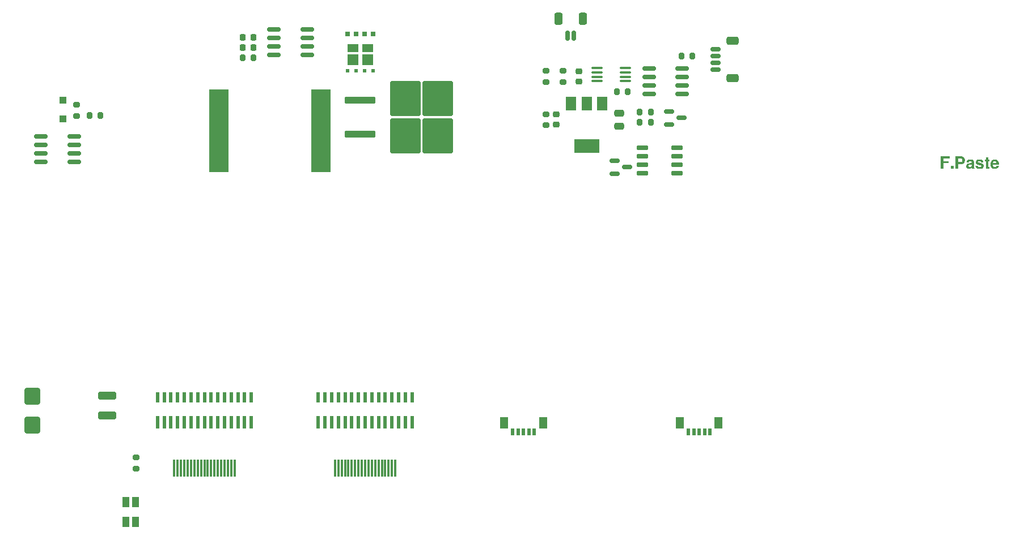
<source format=gbr>
%TF.GenerationSoftware,KiCad,Pcbnew,7.0.9-7.0.9~ubuntu22.04.1*%
%TF.CreationDate,2023-12-27T17:21:18-08:00*%
%TF.ProjectId,NX-J401-Adapter,4e582d4a-3430-4312-9d41-646170746572,1*%
%TF.SameCoordinates,Original*%
%TF.FileFunction,Paste,Top*%
%TF.FilePolarity,Positive*%
%FSLAX46Y46*%
G04 Gerber Fmt 4.6, Leading zero omitted, Abs format (unit mm)*
G04 Created by KiCad (PCBNEW 7.0.9-7.0.9~ubuntu22.04.1) date 2023-12-27 17:21:18*
%MOMM*%
%LPD*%
G01*
G04 APERTURE LIST*
G04 Aperture macros list*
%AMRoundRect*
0 Rectangle with rounded corners*
0 $1 Rounding radius*
0 $2 $3 $4 $5 $6 $7 $8 $9 X,Y pos of 4 corners*
0 Add a 4 corners polygon primitive as box body*
4,1,4,$2,$3,$4,$5,$6,$7,$8,$9,$2,$3,0*
0 Add four circle primitives for the rounded corners*
1,1,$1+$1,$2,$3*
1,1,$1+$1,$4,$5*
1,1,$1+$1,$6,$7*
1,1,$1+$1,$8,$9*
0 Add four rect primitives between the rounded corners*
20,1,$1+$1,$2,$3,$4,$5,0*
20,1,$1+$1,$4,$5,$6,$7,0*
20,1,$1+$1,$6,$7,$8,$9,0*
20,1,$1+$1,$8,$9,$2,$3,0*%
G04 Aperture macros list end*
%ADD10C,0.300000*%
%ADD11RoundRect,0.250000X-1.100000X0.325000X-1.100000X-0.325000X1.100000X-0.325000X1.100000X0.325000X0*%
%ADD12RoundRect,0.200000X-0.200000X-0.275000X0.200000X-0.275000X0.200000X0.275000X-0.200000X0.275000X0*%
%ADD13RoundRect,0.200000X0.200000X0.275000X-0.200000X0.275000X-0.200000X-0.275000X0.200000X-0.275000X0*%
%ADD14RoundRect,0.250000X-0.900000X1.000000X-0.900000X-1.000000X0.900000X-1.000000X0.900000X1.000000X0*%
%ADD15RoundRect,0.150000X0.825000X0.150000X-0.825000X0.150000X-0.825000X-0.150000X0.825000X-0.150000X0*%
%ADD16RoundRect,0.150000X-0.625000X0.150000X-0.625000X-0.150000X0.625000X-0.150000X0.625000X0.150000X0*%
%ADD17RoundRect,0.250000X-0.650000X0.350000X-0.650000X-0.350000X0.650000X-0.350000X0.650000X0.350000X0*%
%ADD18RoundRect,0.200000X0.275000X-0.200000X0.275000X0.200000X-0.275000X0.200000X-0.275000X-0.200000X0*%
%ADD19RoundRect,0.225000X0.225000X0.250000X-0.225000X0.250000X-0.225000X-0.250000X0.225000X-0.250000X0*%
%ADD20RoundRect,0.250000X-0.475000X0.250000X-0.475000X-0.250000X0.475000X-0.250000X0.475000X0.250000X0*%
%ADD21RoundRect,0.150000X-0.150000X-0.625000X0.150000X-0.625000X0.150000X0.625000X-0.150000X0.625000X0*%
%ADD22RoundRect,0.250000X-0.350000X-0.650000X0.350000X-0.650000X0.350000X0.650000X-0.350000X0.650000X0*%
%ADD23RoundRect,0.100000X-0.712500X-0.100000X0.712500X-0.100000X0.712500X0.100000X-0.712500X0.100000X0*%
%ADD24R,0.508000X1.092200*%
%ADD25R,1.193800X1.701800*%
%ADD26RoundRect,0.150000X-0.587500X-0.150000X0.587500X-0.150000X0.587500X0.150000X-0.587500X0.150000X0*%
%ADD27RoundRect,0.250000X-0.300000X0.300000X-0.300000X-0.300000X0.300000X-0.300000X0.300000X0.300000X0*%
%ADD28R,1.500000X2.000000*%
%ADD29R,3.800000X2.000000*%
%ADD30RoundRect,0.225000X-0.250000X0.225000X-0.250000X-0.225000X0.250000X-0.225000X0.250000X0.225000X0*%
%ADD31RoundRect,0.150000X0.725000X0.150000X-0.725000X0.150000X-0.725000X-0.150000X0.725000X-0.150000X0*%
%ADD32R,0.660000X0.750000*%
%ADD33R,2.895600X12.446000*%
%ADD34R,1.090000X1.500000*%
%ADD35R,0.300000X2.600000*%
%ADD36RoundRect,0.250000X-2.050000X-0.300000X2.050000X-0.300000X2.050000X0.300000X-2.050000X0.300000X0*%
%ADD37RoundRect,0.250000X-2.025000X-2.375000X2.025000X-2.375000X2.025000X2.375000X-2.025000X2.375000X0*%
%ADD38R,0.600000X1.850000*%
%ADD39R,0.600000X1.650000*%
%ADD40RoundRect,0.150000X-0.825000X-0.150000X0.825000X-0.150000X0.825000X0.150000X-0.825000X0.150000X0*%
G04 APERTURE END LIST*
D10*
G36*
X359350399Y-103687157D02*
G01*
X359350399Y-104472741D01*
X358975195Y-104472741D01*
X358975195Y-102649267D01*
X360255839Y-102649267D01*
X360255839Y-102961937D01*
X359350399Y-102961937D01*
X359350399Y-103374487D01*
X360148142Y-103374487D01*
X360148142Y-103687157D01*
X359350399Y-103687157D01*
G37*
G36*
X360847306Y-104107525D02*
G01*
X360847306Y-104472741D01*
X360472102Y-104472741D01*
X360472102Y-104107525D01*
X360847306Y-104107525D01*
G37*
G36*
X361992329Y-102649409D02*
G01*
X362009742Y-102649833D01*
X362043784Y-102651533D01*
X362076782Y-102654366D01*
X362108734Y-102658332D01*
X362139641Y-102663431D01*
X362169504Y-102669664D01*
X362198321Y-102677029D01*
X362226094Y-102685528D01*
X362252821Y-102695160D01*
X362278504Y-102705925D01*
X362303142Y-102717823D01*
X362326734Y-102730854D01*
X362349282Y-102745019D01*
X362370785Y-102760316D01*
X362391243Y-102776747D01*
X362410656Y-102794311D01*
X362429009Y-102812950D01*
X362446177Y-102832608D01*
X362462162Y-102853283D01*
X362476963Y-102874975D01*
X362490579Y-102897686D01*
X362503012Y-102921415D01*
X362514260Y-102946161D01*
X362524324Y-102971925D01*
X362533205Y-102998707D01*
X362540901Y-103026506D01*
X362547413Y-103055324D01*
X362552742Y-103085159D01*
X362556886Y-103116012D01*
X362559846Y-103147883D01*
X362561622Y-103180772D01*
X362562214Y-103214678D01*
X362561627Y-103248926D01*
X362559866Y-103282295D01*
X362556932Y-103314785D01*
X362552823Y-103346396D01*
X362547541Y-103377129D01*
X362541084Y-103406983D01*
X362533454Y-103435958D01*
X362524650Y-103464054D01*
X362514672Y-103491272D01*
X362503520Y-103517611D01*
X362491195Y-103543072D01*
X362477695Y-103567653D01*
X362463022Y-103591356D01*
X362447175Y-103614181D01*
X362430154Y-103636126D01*
X362411959Y-103657193D01*
X362392839Y-103677176D01*
X362372936Y-103695870D01*
X362352249Y-103713274D01*
X362330778Y-103729389D01*
X362308524Y-103744216D01*
X362285486Y-103757752D01*
X362261664Y-103770000D01*
X362237059Y-103780958D01*
X362211670Y-103790627D01*
X362185497Y-103799007D01*
X362158540Y-103806098D01*
X362130800Y-103811900D01*
X362102276Y-103816412D01*
X362072968Y-103819635D01*
X362042877Y-103821569D01*
X362012002Y-103822213D01*
X361544300Y-103822213D01*
X361544300Y-104472741D01*
X361169096Y-104472741D01*
X361169096Y-102961937D01*
X361544300Y-102961937D01*
X361544300Y-103509543D01*
X361894316Y-103509543D01*
X361912324Y-103509278D01*
X361929760Y-103508480D01*
X361962916Y-103505289D01*
X361993786Y-103499971D01*
X362022370Y-103492526D01*
X362048666Y-103482953D01*
X362072677Y-103471254D01*
X362094400Y-103457427D01*
X362113837Y-103441473D01*
X362130987Y-103423391D01*
X362145850Y-103403183D01*
X362158427Y-103380847D01*
X362168717Y-103356384D01*
X362176720Y-103329794D01*
X362182437Y-103301076D01*
X362185867Y-103270232D01*
X362187010Y-103237260D01*
X362186384Y-103211601D01*
X362184506Y-103187225D01*
X362181376Y-103164131D01*
X362176995Y-103142319D01*
X362171361Y-103121790D01*
X362164476Y-103102543D01*
X362156338Y-103084579D01*
X362146949Y-103067897D01*
X362136308Y-103052498D01*
X362124415Y-103038381D01*
X362115791Y-103029682D01*
X362101743Y-103017575D01*
X362086305Y-103006659D01*
X362069478Y-102996934D01*
X362051262Y-102988400D01*
X362031656Y-102981056D01*
X362010662Y-102974904D01*
X361988278Y-102969942D01*
X361964504Y-102966171D01*
X361939341Y-102963591D01*
X361921794Y-102962532D01*
X361903630Y-102962003D01*
X361894316Y-102961937D01*
X361544300Y-102961937D01*
X361169096Y-102961937D01*
X361169096Y-102649267D01*
X361974655Y-102649267D01*
X361992329Y-102649409D01*
G37*
G36*
X363395705Y-103100004D02*
G01*
X363428636Y-103101220D01*
X363460488Y-103103247D01*
X363491260Y-103106085D01*
X363520953Y-103109734D01*
X363549565Y-103114194D01*
X363577098Y-103119464D01*
X363603551Y-103125546D01*
X363628925Y-103132438D01*
X363653219Y-103140141D01*
X363676433Y-103148655D01*
X363698567Y-103157980D01*
X363719621Y-103168115D01*
X363739596Y-103179062D01*
X363758491Y-103190819D01*
X363776307Y-103203387D01*
X363793043Y-103216767D01*
X363808699Y-103230956D01*
X363823275Y-103245957D01*
X363836771Y-103261769D01*
X363849188Y-103278391D01*
X363860525Y-103295825D01*
X363870783Y-103314069D01*
X363879960Y-103333124D01*
X363888058Y-103352990D01*
X363895076Y-103373666D01*
X363901015Y-103395154D01*
X363905874Y-103417452D01*
X363909653Y-103440562D01*
X363912352Y-103464482D01*
X363913972Y-103489213D01*
X363914511Y-103514755D01*
X363914511Y-104265162D01*
X363915760Y-104287975D01*
X363919505Y-104310163D01*
X363925748Y-104331727D01*
X363934487Y-104352667D01*
X363945724Y-104372982D01*
X363955790Y-104387809D01*
X363967261Y-104402285D01*
X363980136Y-104416409D01*
X363994416Y-104430183D01*
X363994416Y-104472741D01*
X363614435Y-104472741D01*
X363602925Y-104456275D01*
X363593367Y-104438093D01*
X363585758Y-104418192D01*
X363581077Y-104401036D01*
X363577643Y-104382780D01*
X363575458Y-104363424D01*
X363574522Y-104342970D01*
X363574483Y-104337684D01*
X363551150Y-104360980D01*
X363527508Y-104382773D01*
X363503557Y-104403063D01*
X363479298Y-104421850D01*
X363454729Y-104439134D01*
X363429853Y-104454915D01*
X363404667Y-104469193D01*
X363379173Y-104481969D01*
X363353370Y-104493241D01*
X363327258Y-104503010D01*
X363300837Y-104511276D01*
X363274108Y-104518040D01*
X363247070Y-104523300D01*
X363219723Y-104527057D01*
X363192068Y-104529312D01*
X363164104Y-104530063D01*
X363141261Y-104529629D01*
X363118981Y-104528326D01*
X363097264Y-104526155D01*
X363076111Y-104523115D01*
X363055521Y-104519207D01*
X363035494Y-104514430D01*
X363016030Y-104508784D01*
X362997129Y-104502270D01*
X362978792Y-104494888D01*
X362961017Y-104486637D01*
X362943806Y-104477517D01*
X362927158Y-104467529D01*
X362911074Y-104456673D01*
X362895552Y-104444948D01*
X362880594Y-104432354D01*
X362866199Y-104418892D01*
X362852579Y-104404715D01*
X362839837Y-104389979D01*
X362827975Y-104374683D01*
X362816991Y-104358828D01*
X362806886Y-104342412D01*
X362797660Y-104325437D01*
X362789312Y-104307902D01*
X362781843Y-104289807D01*
X362775253Y-104271152D01*
X362769541Y-104251938D01*
X362764708Y-104232163D01*
X362760754Y-104211829D01*
X362757678Y-104190936D01*
X362755482Y-104169482D01*
X362754164Y-104147468D01*
X362753724Y-104124895D01*
X362754113Y-104102841D01*
X362755083Y-104084943D01*
X363104175Y-104084943D01*
X363104976Y-104103236D01*
X363107378Y-104120553D01*
X363112632Y-104140824D01*
X363120389Y-104159568D01*
X363130647Y-104176786D01*
X363143408Y-104192478D01*
X363155418Y-104203931D01*
X363172322Y-104216567D01*
X363191008Y-104227061D01*
X363207238Y-104233914D01*
X363224609Y-104239397D01*
X363243119Y-104243509D01*
X363262770Y-104246250D01*
X363283560Y-104247621D01*
X363294383Y-104247792D01*
X363318690Y-104247067D01*
X363341945Y-104244891D01*
X363364146Y-104241265D01*
X363385293Y-104236189D01*
X363405387Y-104229662D01*
X363424428Y-104221685D01*
X363442415Y-104212258D01*
X363459349Y-104201380D01*
X363475229Y-104189052D01*
X363490056Y-104175273D01*
X363499355Y-104165282D01*
X363512316Y-104149119D01*
X363524001Y-104131735D01*
X363534412Y-104113129D01*
X363543548Y-104093303D01*
X363551410Y-104072254D01*
X363557996Y-104049985D01*
X363563308Y-104026494D01*
X363567345Y-104001781D01*
X363570107Y-103975848D01*
X363571240Y-103957880D01*
X363571806Y-103939370D01*
X363571877Y-103929911D01*
X363571877Y-103834807D01*
X363555677Y-103841800D01*
X363536933Y-103848666D01*
X363520105Y-103854067D01*
X363501649Y-103859387D01*
X363481564Y-103864625D01*
X363459851Y-103869782D01*
X363442497Y-103873596D01*
X363424228Y-103877365D01*
X363304371Y-103899947D01*
X363284261Y-103904356D01*
X363265297Y-103909117D01*
X363247478Y-103914229D01*
X363230804Y-103919692D01*
X363210353Y-103927522D01*
X363191937Y-103935977D01*
X363175557Y-103945056D01*
X363157945Y-103957282D01*
X363148904Y-103965086D01*
X363136018Y-103979234D01*
X363125317Y-103995077D01*
X363116799Y-104012618D01*
X363110465Y-104031854D01*
X363106316Y-104052787D01*
X363104568Y-104070755D01*
X363104175Y-104084943D01*
X362755083Y-104084943D01*
X362755278Y-104081352D01*
X362757220Y-104060429D01*
X362759940Y-104040071D01*
X362763436Y-104020280D01*
X362767709Y-104001054D01*
X362772759Y-103982394D01*
X362778586Y-103964299D01*
X362785190Y-103946770D01*
X362792571Y-103929807D01*
X362800728Y-103913410D01*
X362809663Y-103897578D01*
X362819374Y-103882313D01*
X362829863Y-103867613D01*
X362841128Y-103853478D01*
X362853171Y-103839910D01*
X362865990Y-103826907D01*
X362879586Y-103814470D01*
X362893959Y-103802598D01*
X362909109Y-103791292D01*
X362925036Y-103780552D01*
X362941740Y-103770378D01*
X362959221Y-103760770D01*
X362977479Y-103751727D01*
X362996513Y-103743250D01*
X363016325Y-103735339D01*
X363036913Y-103727993D01*
X363058279Y-103721213D01*
X363080421Y-103714999D01*
X363103341Y-103709351D01*
X363127037Y-103704268D01*
X363151510Y-103699751D01*
X363291777Y-103674998D01*
X363309930Y-103673074D01*
X363328590Y-103670670D01*
X363341717Y-103668918D01*
X363359897Y-103666193D01*
X363378630Y-103663056D01*
X363396470Y-103659252D01*
X363399040Y-103658496D01*
X363415999Y-103654068D01*
X363433031Y-103650269D01*
X363447678Y-103647205D01*
X363466479Y-103642846D01*
X363483341Y-103637520D01*
X363498921Y-103629834D01*
X363513384Y-103619931D01*
X363527633Y-103609590D01*
X363535399Y-103603779D01*
X363548386Y-103591869D01*
X363558809Y-103577589D01*
X363564060Y-103565998D01*
X363568824Y-103549184D01*
X363571389Y-103530660D01*
X363571877Y-103517360D01*
X363570095Y-103493224D01*
X363564748Y-103471462D01*
X363555835Y-103452074D01*
X363543358Y-103435060D01*
X363527316Y-103420421D01*
X363507710Y-103408155D01*
X363484538Y-103398263D01*
X363467110Y-103392987D01*
X363448097Y-103388767D01*
X363427500Y-103385601D01*
X363405319Y-103383491D01*
X363381553Y-103382436D01*
X363369076Y-103382304D01*
X363345410Y-103382655D01*
X363323102Y-103383709D01*
X363302153Y-103385464D01*
X363282563Y-103387922D01*
X363264331Y-103391083D01*
X363242136Y-103396389D01*
X363222357Y-103402944D01*
X363204993Y-103410747D01*
X363190045Y-103419798D01*
X363186685Y-103422256D01*
X363171240Y-103436332D01*
X363160288Y-103449882D01*
X363150585Y-103465468D01*
X363142131Y-103483090D01*
X363134925Y-103502747D01*
X363128967Y-103524440D01*
X363125318Y-103542045D01*
X363122372Y-103560796D01*
X363121546Y-103567301D01*
X362784123Y-103567301D01*
X362786632Y-103538526D01*
X362790145Y-103510665D01*
X362794660Y-103483717D01*
X362800177Y-103457683D01*
X362806697Y-103432562D01*
X362814219Y-103408355D01*
X362822744Y-103385061D01*
X362832272Y-103362681D01*
X362842802Y-103341214D01*
X362854334Y-103320661D01*
X362866869Y-103301021D01*
X362880407Y-103282295D01*
X362894947Y-103264482D01*
X362910490Y-103247582D01*
X362927035Y-103231596D01*
X362944583Y-103216524D01*
X362963134Y-103202365D01*
X362982686Y-103189120D01*
X363003242Y-103176788D01*
X363024800Y-103165369D01*
X363047360Y-103154864D01*
X363070923Y-103145272D01*
X363095489Y-103136594D01*
X363121057Y-103128830D01*
X363147628Y-103121979D01*
X363175201Y-103116041D01*
X363203777Y-103111017D01*
X363233355Y-103106906D01*
X363263936Y-103103709D01*
X363295519Y-103101425D01*
X363328105Y-103100055D01*
X363361694Y-103099598D01*
X363395705Y-103100004D01*
G37*
G36*
X364480357Y-104080166D02*
G01*
X364485270Y-104100821D01*
X364491322Y-104120227D01*
X364498515Y-104138385D01*
X364506847Y-104155294D01*
X364516320Y-104170954D01*
X364526932Y-104185366D01*
X364538684Y-104198530D01*
X364551576Y-104210445D01*
X364566545Y-104220929D01*
X364584526Y-104230014D01*
X364605520Y-104237702D01*
X364623243Y-104242551D01*
X364642660Y-104246613D01*
X364663772Y-104249889D01*
X364686578Y-104252379D01*
X364711079Y-104254082D01*
X364737275Y-104255000D01*
X364755680Y-104255174D01*
X364778169Y-104254869D01*
X364799711Y-104253953D01*
X364820306Y-104252426D01*
X364839955Y-104250289D01*
X364858657Y-104247541D01*
X364876412Y-104244182D01*
X364898614Y-104238754D01*
X364919133Y-104232240D01*
X364937969Y-104224640D01*
X364946756Y-104220433D01*
X364962939Y-104211212D01*
X364980134Y-104198483D01*
X364993957Y-104184418D01*
X365004409Y-104169018D01*
X365011489Y-104152281D01*
X365015197Y-104134209D01*
X365015804Y-104122724D01*
X365014149Y-104103508D01*
X365009182Y-104086246D01*
X365000904Y-104070938D01*
X364989314Y-104057584D01*
X364973844Y-104045316D01*
X364956299Y-104035116D01*
X364938284Y-104026770D01*
X364921172Y-104020095D01*
X364902152Y-104013674D01*
X364898119Y-104012421D01*
X364480357Y-103882576D01*
X364462281Y-103877691D01*
X364449959Y-103873891D01*
X364433048Y-103868134D01*
X364416108Y-103861938D01*
X364411309Y-103859994D01*
X364394259Y-103852742D01*
X364377348Y-103846220D01*
X364370054Y-103843492D01*
X364352641Y-103836351D01*
X364336524Y-103828299D01*
X364323588Y-103820042D01*
X364309028Y-103808806D01*
X364294356Y-103797732D01*
X364282333Y-103788775D01*
X364267922Y-103776536D01*
X364255632Y-103763703D01*
X364244562Y-103748901D01*
X364243683Y-103747520D01*
X364234223Y-103731277D01*
X364225266Y-103715263D01*
X364216915Y-103699836D01*
X364215022Y-103696277D01*
X364207266Y-103679258D01*
X364200610Y-103660934D01*
X364195616Y-103643549D01*
X364192440Y-103629834D01*
X364189210Y-103610673D01*
X364186903Y-103590968D01*
X364185642Y-103573281D01*
X364185087Y-103555178D01*
X364185058Y-103549930D01*
X364185640Y-103524268D01*
X364187385Y-103499284D01*
X364190294Y-103474979D01*
X364194367Y-103451352D01*
X364199604Y-103428404D01*
X364206004Y-103406134D01*
X364213568Y-103384543D01*
X364222296Y-103363631D01*
X364232187Y-103343397D01*
X364243242Y-103323841D01*
X364255461Y-103304964D01*
X364268843Y-103286766D01*
X364283390Y-103269246D01*
X364299099Y-103252405D01*
X364315973Y-103236242D01*
X364334010Y-103220758D01*
X364353053Y-103206086D01*
X364372945Y-103192361D01*
X364393684Y-103179583D01*
X364415272Y-103167751D01*
X364437708Y-103156865D01*
X364460992Y-103146926D01*
X364485124Y-103137934D01*
X364510104Y-103129888D01*
X364535933Y-103122789D01*
X364562609Y-103116636D01*
X364590134Y-103111430D01*
X364618507Y-103107171D01*
X364647728Y-103103858D01*
X364677798Y-103101492D01*
X364708715Y-103100072D01*
X364740481Y-103099598D01*
X364774111Y-103100072D01*
X364806822Y-103101492D01*
X364838613Y-103103858D01*
X364869485Y-103107171D01*
X364899437Y-103111430D01*
X364928470Y-103116636D01*
X364956583Y-103122789D01*
X364983777Y-103129888D01*
X365010052Y-103137934D01*
X365035407Y-103146926D01*
X365059843Y-103156865D01*
X365083359Y-103167751D01*
X365105956Y-103179583D01*
X365127634Y-103192361D01*
X365148392Y-103206086D01*
X365168231Y-103220758D01*
X365187025Y-103236271D01*
X365204648Y-103252520D01*
X365221101Y-103269506D01*
X365236383Y-103287228D01*
X365250495Y-103305685D01*
X365263436Y-103324880D01*
X365275207Y-103344810D01*
X365285808Y-103365476D01*
X365295238Y-103386879D01*
X365303497Y-103409018D01*
X365310586Y-103431893D01*
X365316505Y-103455505D01*
X365321253Y-103479852D01*
X365324830Y-103504936D01*
X365327238Y-103530756D01*
X365328474Y-103557312D01*
X364990617Y-103557312D01*
X364989324Y-103535173D01*
X364986098Y-103514463D01*
X364980938Y-103495180D01*
X364973844Y-103477326D01*
X364964816Y-103460901D01*
X364953854Y-103445903D01*
X364940958Y-103432334D01*
X364926129Y-103420194D01*
X364909366Y-103409481D01*
X364890668Y-103400197D01*
X364870038Y-103392341D01*
X364847473Y-103385914D01*
X364822974Y-103380915D01*
X364796542Y-103377344D01*
X364768176Y-103375202D01*
X364737875Y-103374487D01*
X364715334Y-103375017D01*
X364693961Y-103376604D01*
X364673754Y-103379251D01*
X364654714Y-103382956D01*
X364636841Y-103387719D01*
X364620136Y-103393541D01*
X364600895Y-103402307D01*
X364590226Y-103408360D01*
X364574463Y-103419518D01*
X364561371Y-103431820D01*
X364549188Y-103448095D01*
X364540852Y-103466019D01*
X364536364Y-103485591D01*
X364535509Y-103499555D01*
X364537056Y-103518554D01*
X364542495Y-103537073D01*
X364551849Y-103552569D01*
X364560262Y-103561221D01*
X364575814Y-103571752D01*
X364591361Y-103579792D01*
X364610236Y-103587955D01*
X364628508Y-103594851D01*
X364649091Y-103601831D01*
X364657971Y-103604647D01*
X365100486Y-103732321D01*
X365132616Y-103742758D01*
X365162674Y-103754638D01*
X365190658Y-103767959D01*
X365216570Y-103782722D01*
X365240409Y-103798928D01*
X365262174Y-103816575D01*
X365281867Y-103835664D01*
X365299487Y-103856194D01*
X365315034Y-103878167D01*
X365328508Y-103901582D01*
X365339909Y-103926438D01*
X365349237Y-103952737D01*
X365356493Y-103980477D01*
X365361675Y-104009659D01*
X365364784Y-104040283D01*
X365365821Y-104072349D01*
X365365387Y-104091722D01*
X365364084Y-104110972D01*
X365361913Y-104130100D01*
X365358873Y-104149105D01*
X365354964Y-104167989D01*
X365350187Y-104186751D01*
X365344542Y-104205390D01*
X365338028Y-104223907D01*
X365330659Y-104242343D01*
X365322232Y-104260738D01*
X365312746Y-104279093D01*
X365302201Y-104297406D01*
X365290598Y-104315680D01*
X365277937Y-104333912D01*
X365264217Y-104352103D01*
X365253232Y-104365720D01*
X365249438Y-104370254D01*
X365237419Y-104383596D01*
X365224324Y-104396427D01*
X365210152Y-104408746D01*
X365194904Y-104420554D01*
X365178580Y-104431851D01*
X365161179Y-104442636D01*
X365142702Y-104452909D01*
X365123149Y-104462671D01*
X365102519Y-104471922D01*
X365080813Y-104480661D01*
X365065745Y-104486203D01*
X365042386Y-104494041D01*
X365018233Y-104501108D01*
X364993287Y-104507405D01*
X364976215Y-104511174D01*
X364958790Y-104514601D01*
X364941013Y-104517685D01*
X364922882Y-104520426D01*
X364904399Y-104522825D01*
X364885562Y-104524881D01*
X364866373Y-104526594D01*
X364846832Y-104527965D01*
X364826937Y-104528993D01*
X364806689Y-104529678D01*
X364786089Y-104530020D01*
X364775656Y-104530063D01*
X364737303Y-104529624D01*
X364700137Y-104528306D01*
X364664160Y-104526109D01*
X364629371Y-104523034D01*
X364595770Y-104519079D01*
X364563357Y-104514247D01*
X364532133Y-104508535D01*
X364502097Y-104501945D01*
X364473250Y-104494476D01*
X364445591Y-104486128D01*
X364419120Y-104476902D01*
X364393837Y-104466797D01*
X364369742Y-104455813D01*
X364346836Y-104443950D01*
X364325118Y-104431209D01*
X364304589Y-104417589D01*
X364285248Y-104403090D01*
X364267095Y-104387713D01*
X364250130Y-104371457D01*
X364234353Y-104354322D01*
X364219765Y-104336309D01*
X364206365Y-104317417D01*
X364194154Y-104297646D01*
X364183131Y-104276996D01*
X364173296Y-104255468D01*
X364164649Y-104233061D01*
X364157191Y-104209775D01*
X364150920Y-104185611D01*
X364145839Y-104160568D01*
X364141945Y-104134646D01*
X364139240Y-104107845D01*
X364137723Y-104080166D01*
X364480357Y-104080166D01*
G37*
G36*
X366215675Y-103149539D02*
G01*
X366215675Y-103382304D01*
X366020691Y-103382304D01*
X366020691Y-104117513D01*
X366021037Y-104139036D01*
X366022075Y-104158659D01*
X366023805Y-104176383D01*
X366026941Y-104195865D01*
X366032132Y-104215326D01*
X366040156Y-104232627D01*
X366042838Y-104236501D01*
X366057115Y-104249040D01*
X366074505Y-104257073D01*
X366093049Y-104261776D01*
X366111068Y-104264155D01*
X366131420Y-104265134D01*
X366135771Y-104265162D01*
X366153152Y-104264578D01*
X366171948Y-104263079D01*
X366190976Y-104261010D01*
X366209205Y-104258674D01*
X366215675Y-104257780D01*
X366215675Y-104502705D01*
X366193894Y-104509117D01*
X366176899Y-104513365D01*
X366159340Y-104517132D01*
X366141215Y-104520418D01*
X366122526Y-104523224D01*
X366103271Y-104525548D01*
X366083452Y-104527392D01*
X366063068Y-104528754D01*
X366042119Y-104529636D01*
X366020605Y-104530037D01*
X366013308Y-104530063D01*
X365992201Y-104529753D01*
X365971765Y-104528823D01*
X365951998Y-104527273D01*
X365932902Y-104525103D01*
X365914475Y-104522313D01*
X365896719Y-104518903D01*
X365879632Y-104514873D01*
X365847470Y-104504953D01*
X365817987Y-104492553D01*
X365791185Y-104477672D01*
X365767063Y-104460312D01*
X365745621Y-104440471D01*
X365726860Y-104418151D01*
X365710778Y-104393350D01*
X365697377Y-104366070D01*
X365686656Y-104336309D01*
X365678616Y-104304068D01*
X365673255Y-104269348D01*
X365671580Y-104251057D01*
X365670575Y-104232147D01*
X365670240Y-104212616D01*
X365670240Y-103382304D01*
X365497837Y-103382304D01*
X365497837Y-103149539D01*
X365670240Y-103149539D01*
X365670240Y-102786928D01*
X366020691Y-102786928D01*
X366020691Y-103149539D01*
X366215675Y-103149539D01*
G37*
G36*
X367033095Y-103099911D02*
G01*
X367054781Y-103100847D01*
X367076305Y-103102408D01*
X367097665Y-103104592D01*
X367118862Y-103107402D01*
X367139897Y-103110835D01*
X367160769Y-103114893D01*
X367181478Y-103119575D01*
X367202166Y-103125077D01*
X367222977Y-103131598D01*
X367243910Y-103139137D01*
X367264965Y-103147693D01*
X367280836Y-103154778D01*
X367296777Y-103162436D01*
X367312785Y-103170666D01*
X367328863Y-103179469D01*
X367345009Y-103188844D01*
X367350406Y-103192097D01*
X367366408Y-103202201D01*
X367382004Y-103212809D01*
X367397196Y-103223921D01*
X367411984Y-103235537D01*
X367426367Y-103247656D01*
X367440345Y-103260279D01*
X367453919Y-103273407D01*
X367467088Y-103287038D01*
X367479852Y-103301172D01*
X367492212Y-103315811D01*
X367500227Y-103325850D01*
X367511987Y-103341542D01*
X367523327Y-103358165D01*
X367534246Y-103375720D01*
X367544746Y-103394206D01*
X367554826Y-103413623D01*
X367564487Y-103433971D01*
X367573727Y-103455251D01*
X367582548Y-103477462D01*
X367590948Y-103500605D01*
X367598929Y-103524678D01*
X367604016Y-103541245D01*
X367608907Y-103558115D01*
X367613482Y-103575287D01*
X367617742Y-103592761D01*
X367621686Y-103610537D01*
X367625314Y-103628615D01*
X367628627Y-103646995D01*
X367631624Y-103665677D01*
X367634306Y-103684660D01*
X367636673Y-103703946D01*
X367638724Y-103723534D01*
X367640459Y-103743423D01*
X367641879Y-103763615D01*
X367642983Y-103784108D01*
X367643772Y-103804904D01*
X367644245Y-103826001D01*
X367644403Y-103847401D01*
X367644149Y-103866128D01*
X367643385Y-103884856D01*
X367642113Y-103903584D01*
X367641797Y-103907329D01*
X366736357Y-103907329D01*
X366737138Y-103926430D01*
X366738176Y-103944866D01*
X366739472Y-103962637D01*
X366741455Y-103983915D01*
X366743840Y-104004155D01*
X366746628Y-104023355D01*
X366749820Y-104041517D01*
X366753772Y-104058970D01*
X366758573Y-104076317D01*
X366764222Y-104093558D01*
X366770719Y-104110693D01*
X366778064Y-104127723D01*
X366786257Y-104144646D01*
X366789772Y-104151385D01*
X366799522Y-104167598D01*
X366810586Y-104182581D01*
X366822965Y-104196334D01*
X366836659Y-104208857D01*
X366851667Y-104220151D01*
X366867990Y-104230214D01*
X366874888Y-104233895D01*
X366893229Y-104242152D01*
X366912970Y-104249010D01*
X366929771Y-104253488D01*
X366947467Y-104257071D01*
X366966059Y-104259758D01*
X366985547Y-104261549D01*
X367005930Y-104262445D01*
X367016458Y-104262557D01*
X367040963Y-104261892D01*
X367064430Y-104259897D01*
X367086859Y-104256572D01*
X367108250Y-104251917D01*
X367128603Y-104245933D01*
X367147917Y-104238618D01*
X367166194Y-104229973D01*
X367183432Y-104219999D01*
X367199632Y-104208695D01*
X367214794Y-104196060D01*
X367228918Y-104182096D01*
X367242003Y-104166802D01*
X367254051Y-104150178D01*
X367265060Y-104132223D01*
X367275031Y-104112939D01*
X367283964Y-104092325D01*
X367629204Y-104092325D01*
X367621597Y-104117033D01*
X367613109Y-104141105D01*
X367603738Y-104164544D01*
X367593486Y-104187348D01*
X367582351Y-104209517D01*
X367570334Y-104231052D01*
X367557435Y-104251953D01*
X367543654Y-104272219D01*
X367528991Y-104291851D01*
X367513445Y-104310848D01*
X367497018Y-104329211D01*
X367479708Y-104346940D01*
X367461517Y-104364034D01*
X367442443Y-104380493D01*
X367422487Y-104396319D01*
X367401650Y-104411509D01*
X367380147Y-104425865D01*
X367358196Y-104439295D01*
X367335798Y-104451799D01*
X367312951Y-104463377D01*
X367289657Y-104474028D01*
X367265915Y-104483753D01*
X367241725Y-104492552D01*
X367217087Y-104500425D01*
X367192002Y-104507371D01*
X367166469Y-104513392D01*
X367140487Y-104518486D01*
X367114058Y-104522654D01*
X367087181Y-104525895D01*
X367059857Y-104528211D01*
X367032084Y-104529600D01*
X367003864Y-104530063D01*
X366986015Y-104529881D01*
X366968405Y-104529336D01*
X366951033Y-104528426D01*
X366917005Y-104525515D01*
X366883929Y-104521149D01*
X366851808Y-104515327D01*
X366820639Y-104508049D01*
X366790424Y-104499317D01*
X366761162Y-104489128D01*
X366732853Y-104477485D01*
X366705498Y-104464386D01*
X366679096Y-104449831D01*
X366653648Y-104433821D01*
X366629152Y-104416355D01*
X366605611Y-104397434D01*
X366583022Y-104377058D01*
X366561387Y-104355226D01*
X366550927Y-104343764D01*
X366530944Y-104319934D01*
X366512250Y-104295018D01*
X366494846Y-104269017D01*
X366478730Y-104241929D01*
X366463904Y-104213756D01*
X366450368Y-104184498D01*
X366438120Y-104154154D01*
X366427162Y-104122724D01*
X366417492Y-104090208D01*
X366409113Y-104056607D01*
X366405406Y-104039400D01*
X366402022Y-104021920D01*
X366398960Y-104004170D01*
X366396220Y-103986148D01*
X366393803Y-103967855D01*
X366391708Y-103949290D01*
X366389935Y-103930454D01*
X366388485Y-103911346D01*
X366387357Y-103891967D01*
X366386551Y-103872317D01*
X366386068Y-103852395D01*
X366385907Y-103832201D01*
X366386070Y-103811090D01*
X366386561Y-103790259D01*
X366387380Y-103769709D01*
X366388526Y-103749440D01*
X366389999Y-103729452D01*
X366391800Y-103709744D01*
X366393928Y-103690317D01*
X366395892Y-103674998D01*
X366741134Y-103674998D01*
X367279187Y-103674998D01*
X367277392Y-103656806D01*
X367275157Y-103639144D01*
X367270976Y-103613643D01*
X367265803Y-103589333D01*
X367259638Y-103566213D01*
X367252480Y-103544285D01*
X367244330Y-103523547D01*
X367235187Y-103504000D01*
X367225053Y-103485644D01*
X367213925Y-103468478D01*
X367201806Y-103452504D01*
X367197546Y-103447444D01*
X367184207Y-103433086D01*
X367169922Y-103420141D01*
X367154691Y-103408608D01*
X367138513Y-103398487D01*
X367121388Y-103389779D01*
X367103317Y-103382482D01*
X367084299Y-103376598D01*
X367064335Y-103372126D01*
X367043424Y-103369066D01*
X367021567Y-103367419D01*
X367006469Y-103367105D01*
X366978461Y-103368308D01*
X366951976Y-103371916D01*
X366927014Y-103377929D01*
X366903576Y-103386348D01*
X366881661Y-103397173D01*
X366861269Y-103410402D01*
X366842401Y-103426038D01*
X366825056Y-103444078D01*
X366809234Y-103464524D01*
X366794936Y-103487376D01*
X366782160Y-103512632D01*
X366770909Y-103540295D01*
X366761180Y-103570362D01*
X366752975Y-103602836D01*
X366749443Y-103619974D01*
X366746293Y-103637714D01*
X366743523Y-103656055D01*
X366741134Y-103674998D01*
X366395892Y-103674998D01*
X366396383Y-103671171D01*
X366399166Y-103652306D01*
X366402276Y-103633721D01*
X366405714Y-103615417D01*
X366409479Y-103597394D01*
X366413571Y-103579651D01*
X366417991Y-103562189D01*
X366422738Y-103545008D01*
X366427813Y-103528108D01*
X366433215Y-103511489D01*
X366445001Y-103479092D01*
X366458097Y-103447818D01*
X366472502Y-103417667D01*
X366488217Y-103388640D01*
X366505242Y-103360735D01*
X366523576Y-103333953D01*
X366543219Y-103308294D01*
X366553532Y-103295886D01*
X366574964Y-103272116D01*
X366597352Y-103249881D01*
X366620697Y-103229179D01*
X366644999Y-103210010D01*
X366670258Y-103192375D01*
X366696473Y-103176273D01*
X366723645Y-103161705D01*
X366751774Y-103148670D01*
X366780859Y-103137169D01*
X366810902Y-103127201D01*
X366841900Y-103118767D01*
X366873856Y-103111866D01*
X366906769Y-103106499D01*
X366940638Y-103102665D01*
X366975464Y-103100365D01*
X366993235Y-103099790D01*
X367011246Y-103099598D01*
X367033095Y-103099911D01*
G37*
%TO.C,Q1*%
G36*
X270123000Y-90097000D02*
G01*
X270623000Y-90097000D01*
X270623000Y-89597000D01*
X270123000Y-89597000D01*
X270123000Y-90097000D01*
G37*
G36*
X271403000Y-90097000D02*
G01*
X271903000Y-90097000D01*
X271903000Y-89597000D01*
X271403000Y-89597000D01*
X271403000Y-90097000D01*
G37*
G36*
X272671462Y-90097000D02*
G01*
X273171462Y-90097000D01*
X273171462Y-89597000D01*
X272671462Y-89597000D01*
X272671462Y-90097000D01*
G37*
G36*
X273953000Y-90097000D02*
G01*
X274453000Y-90097000D01*
X274453000Y-89597000D01*
X273953000Y-89597000D01*
X273953000Y-90097000D01*
G37*
G36*
X270408000Y-88982000D02*
G01*
X271978000Y-88982000D01*
X271978000Y-87397000D01*
X270408000Y-87397000D01*
X270408000Y-88982000D01*
G37*
G36*
X272598000Y-88982000D02*
G01*
X274168000Y-88982000D01*
X274168000Y-87397000D01*
X272598000Y-87397000D01*
X272598000Y-88982000D01*
G37*
G36*
X270408000Y-85859500D02*
G01*
X271978000Y-85859500D01*
X271978000Y-87094500D01*
X270408000Y-87094500D01*
X270408000Y-85859500D01*
G37*
G36*
X272598000Y-85859500D02*
G01*
X274168000Y-85859500D01*
X274168000Y-87094500D01*
X272598000Y-87094500D01*
X272598000Y-85859500D01*
G37*
%TD*%
D11*
%TO.C,C9*%
X234442000Y-138479000D03*
X234442000Y-141429000D03*
%TD*%
D12*
%TO.C,R5*%
X310579000Y-92964000D03*
X312229000Y-92964000D03*
%TD*%
D13*
%TO.C,R2*%
X321881000Y-87630000D03*
X320231000Y-87630000D03*
%TD*%
D14*
%TO.C,D5*%
X223266000Y-138566000D03*
X223266000Y-142866000D03*
%TD*%
D15*
%TO.C,Q2*%
X229551000Y-103505000D03*
X229551000Y-102235000D03*
X229551000Y-100965000D03*
X229551000Y-99695000D03*
X224601000Y-99695000D03*
X224601000Y-100965000D03*
X224601000Y-102235000D03*
X224601000Y-103505000D03*
%TD*%
D16*
%TO.C,J3*%
X325319000Y-86638000D03*
X325319000Y-87638000D03*
X325319000Y-88638000D03*
X325319000Y-89638000D03*
D17*
X327844000Y-85338000D03*
X327844000Y-90938000D03*
%TD*%
D18*
%TO.C,R9*%
X299974000Y-97980000D03*
X299974000Y-96330000D03*
%TD*%
D19*
%TO.C,C1*%
X256299000Y-84836000D03*
X254749000Y-84836000D03*
%TD*%
D20*
%TO.C,C7*%
X310896000Y-96205000D03*
X310896000Y-98105000D03*
%TD*%
D13*
%TO.C,R7*%
X315658000Y-96012000D03*
X314008000Y-96012000D03*
%TD*%
D21*
%TO.C,J1*%
X303182400Y-84586200D03*
X304182400Y-84586200D03*
D22*
X301882400Y-82061200D03*
X305482400Y-82061200D03*
%TD*%
D13*
%TO.C,R1*%
X256349000Y-87884000D03*
X254699000Y-87884000D03*
%TD*%
D23*
%TO.C,U2*%
X307640500Y-89449000D03*
X307640500Y-90099000D03*
X307640500Y-90749000D03*
X307640500Y-91399000D03*
X311865500Y-91399000D03*
X311865500Y-90749000D03*
X311865500Y-90099000D03*
X311865500Y-89449000D03*
%TD*%
D19*
%TO.C,C2*%
X256299000Y-86360000D03*
X254749000Y-86360000D03*
%TD*%
D24*
%TO.C,J8*%
X324484799Y-143889300D03*
X323684801Y-143889300D03*
X322884800Y-143889300D03*
X322084799Y-143889300D03*
X321284801Y-143889300D03*
D25*
X325784799Y-142489300D03*
X319984801Y-142489300D03*
%TD*%
D26*
%TO.C,D3*%
X318340500Y-95951000D03*
X318340500Y-97851000D03*
X320215500Y-96901000D03*
%TD*%
D27*
%TO.C,D1*%
X227838000Y-94231000D03*
X227838000Y-97031000D03*
%TD*%
D28*
%TO.C,U4*%
X308370000Y-94767000D03*
X306070000Y-94767000D03*
D29*
X306070000Y-101067000D03*
D28*
X303770000Y-94767000D03*
%TD*%
D30*
%TO.C,C6*%
X301498000Y-96380000D03*
X301498000Y-97930000D03*
%TD*%
D31*
%TO.C,U5*%
X319567000Y-105156000D03*
X319567000Y-103886000D03*
X319567000Y-102616000D03*
X319567000Y-101346000D03*
X314417000Y-101346000D03*
X314417000Y-102616000D03*
X314417000Y-103886000D03*
X314417000Y-105156000D03*
%TD*%
D32*
%TO.C,Q1*%
X274208000Y-84372000D03*
X272928000Y-84372000D03*
X271648000Y-84372000D03*
X270368000Y-84372000D03*
%TD*%
D33*
%TO.C,L1*%
X251142500Y-98806000D03*
X266433300Y-98806000D03*
%TD*%
D34*
%TO.C,D6*%
X238748000Y-154361800D03*
X238748000Y-157361800D03*
X237248000Y-154361800D03*
X237248000Y-157361800D03*
%TD*%
D18*
%TO.C,R6*%
X229870000Y-96583000D03*
X229870000Y-94933000D03*
%TD*%
D35*
%TO.C,J14*%
X253500000Y-149315000D03*
X253000000Y-149315000D03*
X252500000Y-149315000D03*
X252000000Y-149315000D03*
X251500000Y-149315000D03*
X251000000Y-149315000D03*
X250500000Y-149315000D03*
X250000000Y-149315000D03*
X249500000Y-149315000D03*
X249000000Y-149315000D03*
X248500000Y-149315000D03*
X248000000Y-149315000D03*
X247500000Y-149315000D03*
X247000000Y-149315000D03*
X246500000Y-149315000D03*
X246000000Y-149315000D03*
X245500000Y-149315000D03*
X245000000Y-149315000D03*
X244500000Y-149315000D03*
%TD*%
D36*
%TO.C,D2*%
X272258000Y-94234000D03*
D37*
X278983000Y-93999000D03*
X278983000Y-99549000D03*
X283833000Y-93999000D03*
X283833000Y-99549000D03*
D36*
X272258000Y-99314000D03*
%TD*%
D38*
%TO.C,J5*%
X242000000Y-142430000D03*
D39*
X242000000Y-138680000D03*
D38*
X243000000Y-142430000D03*
D39*
X243000000Y-138680000D03*
D38*
X244000000Y-142430000D03*
D39*
X244000000Y-138680000D03*
D38*
X245000000Y-142430000D03*
D39*
X245000000Y-138680000D03*
D38*
X246000000Y-142430000D03*
D39*
X246000000Y-138680000D03*
D38*
X247000000Y-142430000D03*
D39*
X247000000Y-138680000D03*
D38*
X248000000Y-142430000D03*
D39*
X248000000Y-138680000D03*
D38*
X249000000Y-142430000D03*
D39*
X249000000Y-138680000D03*
D38*
X250000000Y-142430000D03*
D39*
X250000000Y-138680000D03*
D38*
X251000000Y-142430000D03*
D39*
X251000000Y-138680000D03*
D38*
X252000000Y-142430000D03*
D39*
X252000000Y-138680000D03*
D38*
X253000000Y-142430000D03*
D39*
X253000000Y-138680000D03*
D38*
X254000000Y-142430000D03*
D39*
X254000000Y-138680000D03*
D38*
X255000000Y-142430000D03*
D39*
X255000000Y-138680000D03*
D38*
X256000000Y-142430000D03*
D39*
X256000000Y-138680000D03*
%TD*%
D40*
%TO.C,U1*%
X259399000Y-83693000D03*
X259399000Y-84963000D03*
X259399000Y-86233000D03*
X259399000Y-87503000D03*
X264349000Y-87503000D03*
X264349000Y-86233000D03*
X264349000Y-84963000D03*
X264349000Y-83693000D03*
%TD*%
D18*
%TO.C,R11*%
X238785400Y-149338800D03*
X238785400Y-147688800D03*
%TD*%
D24*
%TO.C,J7*%
X298246599Y-143889300D03*
X297446601Y-143889300D03*
X296646600Y-143889300D03*
X295846599Y-143889300D03*
X295046601Y-143889300D03*
D25*
X299546599Y-142489300D03*
X293746601Y-142489300D03*
%TD*%
D38*
%TO.C,J6*%
X266000000Y-142429440D03*
D39*
X266000000Y-138679440D03*
D38*
X267000000Y-142429440D03*
D39*
X267000000Y-138679440D03*
D38*
X268000000Y-142429440D03*
D39*
X268000000Y-138679440D03*
D38*
X269000000Y-142429440D03*
D39*
X269000000Y-138679440D03*
D38*
X270000000Y-142429440D03*
D39*
X270000000Y-138679440D03*
D38*
X271000000Y-142429440D03*
D39*
X271000000Y-138679440D03*
D38*
X272000000Y-142429440D03*
D39*
X272000000Y-138679440D03*
D38*
X273000000Y-142429440D03*
D39*
X273000000Y-138679440D03*
D38*
X274000000Y-142429440D03*
D39*
X274000000Y-138679440D03*
D38*
X275000000Y-142429440D03*
D39*
X275000000Y-138679440D03*
D38*
X276000000Y-142429440D03*
D39*
X276000000Y-138679440D03*
D38*
X277000000Y-142429440D03*
D39*
X277000000Y-138679440D03*
D38*
X278000000Y-142429440D03*
D39*
X278000000Y-138679440D03*
D38*
X279000000Y-142429440D03*
D39*
X279000000Y-138679440D03*
D38*
X280000000Y-142429440D03*
D39*
X280000000Y-138679440D03*
%TD*%
D13*
%TO.C,R8*%
X233489000Y-96520000D03*
X231839000Y-96520000D03*
%TD*%
D35*
%TO.C,J15*%
X277500000Y-149315000D03*
X277000000Y-149315000D03*
X276500000Y-149315000D03*
X276000000Y-149315000D03*
X275500000Y-149315000D03*
X275000000Y-149315000D03*
X274500000Y-149315000D03*
X274000000Y-149315000D03*
X273500000Y-149315000D03*
X273000000Y-149315000D03*
X272500000Y-149315000D03*
X272000000Y-149315000D03*
X271500000Y-149315000D03*
X271000000Y-149315000D03*
X270500000Y-149315000D03*
X270000000Y-149315000D03*
X269500000Y-149315000D03*
X269000000Y-149315000D03*
X268500000Y-149315000D03*
%TD*%
D18*
%TO.C,R4*%
X299974000Y-91503000D03*
X299974000Y-89853000D03*
%TD*%
D30*
%TO.C,C5*%
X304927000Y-89903000D03*
X304927000Y-91453000D03*
%TD*%
D26*
%TO.C,D4*%
X310212500Y-103317000D03*
X310212500Y-105217000D03*
X312087500Y-104267000D03*
%TD*%
D13*
%TO.C,R10*%
X315658000Y-97536000D03*
X314008000Y-97536000D03*
%TD*%
D40*
%TO.C,U3*%
X315406000Y-89535000D03*
X315406000Y-90805000D03*
X315406000Y-92075000D03*
X315406000Y-93345000D03*
X320356000Y-93345000D03*
X320356000Y-92075000D03*
X320356000Y-90805000D03*
X320356000Y-89535000D03*
%TD*%
D18*
%TO.C,R3*%
X302514000Y-91503000D03*
X302514000Y-89853000D03*
%TD*%
M02*

</source>
